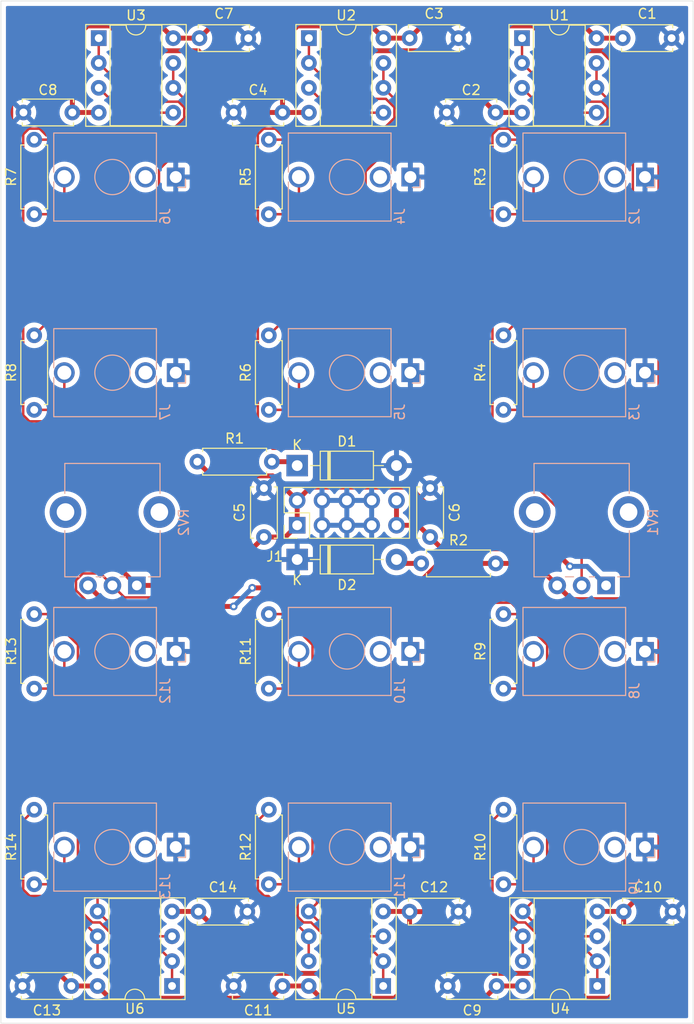
<source format=kicad_pcb>
(kicad_pcb (version 20211014) (generator pcbnew)
  (layers (0 "F.Cu" signal) (31 "B.Cu" signal) (34 "B.Paste" user) (35 "F.Paste" user) (36 "B.SilkS" user "B.Silkscreen") (37 "F.SilkS" user "F.Silkscreen") (38 "B.Mask" user) (39 "F.Mask" user) (44 "Edge.Cuts" user))
  (net 0 "")
  (net 1 "GND")
  (net 2 "+12V")
  (net 3 "-12V")
  (net 4 "Net-(D1-Pad1)")
  (net 5 "Net-(D2-Pad2)")
  (net 6 "Net-(J2-PadT)")
  (net 8 "Net-(J3-PadT)")
  (net 11 "Net-(J4-PadT)")
  (net 12 "Net-(J5-PadT)")
  (net 15 "Net-(J6-PadT)")
  (net 16 "Net-(J7-PadT)")
  (net 19 "Net-(J8-PadT)")
  (net 21 "Net-(J9-PadT)")
  (net 23 "Net-(J10-PadT)")
  (net 25 "Net-(J11-PadT)")
  (net 26 "Net-(J12-PadT)")
  (net 28 "Net-(J13-PadT)")
  (net 30 "Net-(R3-Pad2)")
  (net 31 "Net-(R4-Pad2)")
  (net 32 "Net-(R5-Pad2)")
  (net 33 "Net-(R6-Pad2)")
  (net 34 "Net-(R7-Pad2)")
  (net 35 "Net-(R8-Pad2)")
  (net 36 "Net-(R9-Pad2)")
  (net 37 "Net-(R10-Pad2)")
  (net 38 "Net-(R11-Pad2)")
  (net 39 "Net-(R12-Pad2)")
  (net 40 "Net-(R13-Pad2)")
  (net 41 "Net-(R14-Pad2)")
  (net 42 "Net-(RV1-Pad2)")
  (net 43 "Net-(RV2-Pad2)")
  (footprint "Resistor_THT:R_Axial_DIN0207_L6.3mm_D2.5mm_P7.62mm_Horizontal" (layer "F.Cu") (at 154.49 105.1)
    (fp_text reference "R2")
    (fp_text value "10")
  )
  (footprint "Capacitor_THT:C_Disc_D5.0mm_W2.5mm_P5.00mm" (layer "F.Cu") (at 138.4 102.4 90)
    (fp_text reference "C5")
    (fp_text value "0.1u")
  )
  (footprint "Package_DIP:DIP-8_W7.62mm_Socket" (layer "F.Cu") (at 129 148.3 180)
    (fp_text reference "U6")
    (fp_text value "TL072")
  )
  (footprint "Resistor_THT:R_Axial_DIN0207_L6.3mm_D2.5mm_P7.62mm_Horizontal" (layer "F.Cu") (at 138.9 69.4 90)
    (fp_text reference "R5")
    (fp_text value "1k")
  )
  (footprint "Resistor_THT:R_Axial_DIN0207_L6.3mm_D2.5mm_P7.62mm_Horizontal" (layer "F.Cu") (at 162.9 137.9 90)
    (fp_text reference "R10")
    (fp_text value "1k")
  )
  (footprint "Package_DIP:DIP-8_W7.62mm_Socket" (layer "F.Cu") (at 164.8 51.4)
    (fp_text reference "U1")
    (fp_text value "TL072")
  )
  (footprint "Capacitor_THT:C_Disc_D5.0mm_W2.5mm_P5.00mm" (layer "F.Cu") (at 162.2 148.3 180)
    (fp_text reference "C9")
    (fp_text value "10n")
  )
  (footprint "Capacitor_THT:C_Disc_D5.0mm_W2.5mm_P5.00mm" (layer "F.Cu") (at 140.3 59 180)
    (fp_text reference "C4")
    (fp_text value "10n")
  )
  (footprint "Resistor_THT:R_Axial_DIN0207_L6.3mm_D2.5mm_P7.62mm_Horizontal" (layer "F.Cu") (at 162.9 117.9 90)
    (fp_text reference "R9")
    (fp_text value "1k")
  )
  (footprint "Resistor_THT:R_Axial_DIN0207_L6.3mm_D2.5mm_P7.62mm_Horizontal" (layer "F.Cu") (at 114.9 137.9 90)
    (fp_text reference "R14")
    (fp_text value "1k")
  )
  (footprint "Resistor_THT:R_Axial_DIN0207_L6.3mm_D2.5mm_P7.62mm_Horizontal" (layer "F.Cu") (at 138.9 89.4 90)
    (fp_text reference "R6")
    (fp_text value "1k")
  )
  (footprint "Capacitor_THT:C_Disc_D5.0mm_W2.5mm_P5.00mm" (layer "F.Cu") (at 118.8 59 180)
    (fp_text reference "C8")
    (fp_text value "10n")
  )
  (footprint "Capacitor_THT:C_Disc_D5.0mm_W2.5mm_P5.00mm" (layer "F.Cu") (at 153.3 51.4)
    (fp_text reference "C3")
    (fp_text value "10n")
  )
  (footprint "Diode_THT:D_DO-41_SOD81_P10.16mm_Horizontal" (layer "F.Cu") (at 141.8 104.7)
    (fp_text reference "D2")
    (fp_text value "1N5819")
  )
  (footprint "Package_DIP:DIP-8_W7.62mm_Socket" (layer "F.Cu") (at 172.5 148.3 180)
    (fp_text reference "U4")
    (fp_text value "TL072")
  )
  (footprint "Package_DIP:DIP-8_W7.62mm_Socket" (layer "F.Cu") (at 150.6 148.3 180)
    (fp_text reference "U5")
    (fp_text value "TL072")
  )
  (footprint "Capacitor_THT:C_Disc_D5.0mm_W2.5mm_P5.00mm" (layer "F.Cu") (at 140.3 148.3 180)
    (fp_text reference "C11")
    (fp_text value "10n")
  )
  (footprint "Resistor_THT:R_Axial_DIN0207_L6.3mm_D2.5mm_P7.62mm_Horizontal" (layer "F.Cu") (at 114.9 89.4 90)
    (fp_text reference "R8")
    (fp_text value "1k")
  )
  (footprint "Capacitor_THT:C_Disc_D5.0mm_W2.5mm_P5.00mm" (layer "F.Cu") (at 175.1 51.4)
    (fp_text reference "C1")
    (fp_text value "10n")
  )
  (footprint "Diode_THT:D_DO-41_SOD81_P10.16mm_Horizontal" (layer "F.Cu") (at 141.8 95.1)
    (fp_text reference "D1")
    (fp_text value "1N5819")
  )
  (footprint "Resistor_THT:R_Axial_DIN0207_L6.3mm_D2.5mm_P7.62mm_Horizontal" (layer "F.Cu") (at 114.9 117.9 90)
    (fp_text reference "R13")
    (fp_text value "1k")
  )
  (footprint "Package_DIP:DIP-8_W7.62mm_Socket" (layer "F.Cu") (at 143 51.4)
    (fp_text reference "U2")
    (fp_text value "TL072")
  )
  (footprint "Resistor_THT:R_Axial_DIN0207_L6.3mm_D2.5mm_P7.62mm_Horizontal" (layer "F.Cu") (at 138.9 137.9 90)
    (fp_text reference "R12")
    (fp_text value "1k")
  )
  (footprint "Resistor_THT:R_Axial_DIN0207_L6.3mm_D2.5mm_P7.62mm_Horizontal" (layer "F.Cu") (at 114.9 69.4 90)
    (fp_text reference "R7")
    (fp_text value "1k")
  )
  (footprint "Package_DIP:DIP-8_W7.62mm_Socket" (layer "F.Cu") (at 121.5 51.4)
    (fp_text reference "U3")
    (fp_text value "TL072")
  )
  (footprint "Capacitor_THT:C_Disc_D5.0mm_W2.5mm_P5.00mm" (layer "F.Cu") (at 131.7 140.7)
    (fp_text reference "C14")
    (fp_text value "10n")
  )
  (footprint "Capacitor_THT:C_Disc_D5.0mm_W2.5mm_P5.00mm" (layer "F.Cu") (at 162.1 59 180)
    (fp_text reference "C2")
    (fp_text value "10n")
  )
  (footprint "Resistor_THT:R_Axial_DIN0207_L6.3mm_D2.5mm_P7.62mm_Horizontal" (layer "F.Cu") (at 131.59 94.7)
    (fp_text reference "R1")
    (fp_text value "10")
  )
  (footprint "Connector_PinHeader_2.54mm:PinHeader_2x05_P2.54mm_Vertical" (layer "F.Cu") (at 141.8 101.2 90)
    (fp_text reference "J1")
    (fp_text value "Conn_02x05_Odd_Even")
  )
  (footprint "Resistor_THT:R_Axial_DIN0207_L6.3mm_D2.5mm_P7.62mm_Horizontal" (layer "F.Cu") (at 162.9 69.4 90)
    (fp_text reference "R3")
    (fp_text value "1k")
  )
  (footprint "Resistor_THT:R_Axial_DIN0207_L6.3mm_D2.5mm_P7.62mm_Horizontal" (layer "F.Cu") (at 138.9 117.9 90)
    (fp_text reference "R11")
    (fp_text value "1k")
  )
  (footprint "Capacitor_THT:C_Disc_D5.0mm_W2.5mm_P5.00mm" (layer "F.Cu") (at 118.7 148.3 180)
    (fp_text reference "C13")
    (fp_text value "10n")
  )
  (footprint "Capacitor_THT:C_Disc_D5.0mm_W2.5mm_P5.00mm" (layer "F.Cu") (at 153.3 140.7)
    (fp_text reference "C12")
    (fp_text value "10n")
  )
  (footprint "Capacitor_THT:C_Disc_D5.0mm_W2.5mm_P5.00mm" (layer "F.Cu") (at 131.8 51.4)
    (fp_text reference "C7")
    (fp_text value "10n")
  )
  (footprint "Capacitor_THT:C_Disc_D5.0mm_W2.5mm_P5.00mm" (layer "F.Cu") (at 175.2 140.7)
    (fp_text reference "C10")
    (fp_text value "10n")
  )
  (footprint "Capacitor_THT:C_Disc_D5.0mm_W2.5mm_P5.00mm" (layer "F.Cu") (at 155.4 97.4 -90)
    (fp_text reference "C6")
    (fp_text value "0.1u")
  )
  (footprint "Resistor_THT:R_Axial_DIN0207_L6.3mm_D2.5mm_P7.62mm_Horizontal" (layer "F.Cu") (at 162.9 89.4 90)
    (fp_text reference "R4")
    (fp_text value "1k")
  )
  (footprint "Potentiometer_THT:Potentiometer_Alpha_RD901F-40-00D_Single_Vertical_CircularHoles" (layer "B.Cu") (at 173.4 107.35 90)
    (fp_text reference "RV1")
    (fp_text value "50k")
  )
  (footprint "Potentiometer_THT:Potentiometer_Alpha_RD901F-40-00D_Single_Vertical_CircularHoles" (layer "B.Cu") (at 125.4 107.35 90)
    (fp_text reference "RV2")
    (fp_text value "50k")
  )
  (footprint "Connector_Audio:Jack_3.5mm_QingPu_WQP-PJ398SM_Vertical_CircularHoles" (layer "B.Cu") (at 129.38 134.1 90)
    (fp_text reference "J13")
    (fp_text value "AudioJack2_SwitchT")
  )
  (footprint "Connector_Audio:Jack_3.5mm_QingPu_WQP-PJ398SM_Vertical_CircularHoles" (layer "B.Cu") (at 153.38 134.1 90)
    (fp_text reference "J11")
    (fp_text value "AudioJack2_SwitchT")
  )
  (footprint "Connector_Audio:Jack_3.5mm_QingPu_WQP-PJ398SM_Vertical_CircularHoles" (layer "B.Cu") (at 177.38 85.6 90)
    (fp_text reference "J3")
    (fp_text value "AudioJack2_SwitchT")
  )
  (footprint "Connector_Audio:Jack_3.5mm_QingPu_WQP-PJ398SM_Vertical_CircularHoles" (layer "B.Cu") (at 177.38 65.6 90)
    (fp_text reference "J2")
    (fp_text value "AudioJack2_SwitchT")
  )
  (footprint "Connector_Audio:Jack_3.5mm_QingPu_WQP-PJ398SM_Vertical_CircularHoles" (layer "B.Cu") (at 153.38 85.6 90)
    (fp_text reference "J5")
    (fp_text value "AudioJack2_SwitchT")
  )
  (footprint "Connector_Audio:Jack_3.5mm_QingPu_WQP-PJ398SM_Vertical_CircularHoles" (layer "B.Cu") (at 153.38 65.6 90)
    (fp_text reference "J4")
    (fp_text value "AudioJack2_SwitchT")
  )
  (footprint "Connector_Audio:Jack_3.5mm_QingPu_WQP-PJ398SM_Vertical_CircularHoles" (layer "B.Cu") (at 153.38 114.1 90)
    (fp_text reference "J10")
    (fp_text value "AudioJack2_SwitchT")
  )
  (footprint "Connector_Audio:Jack_3.5mm_QingPu_WQP-PJ398SM_Vertical_CircularHoles" (layer "B.Cu") (at 129.38 114.1 90)
    (fp_text reference "J12")
    (fp_text value "AudioJack2_SwitchT")
  )
  (footprint "Connector_Audio:Jack_3.5mm_QingPu_WQP-PJ398SM_Vertical_CircularHoles" (layer "B.Cu") (at 177.38 114.1 90)
    (fp_text reference "J8")
    (fp_text value "AudioJack2_SwitchT")
  )
  (footprint "Connector_Audio:Jack_3.5mm_QingPu_WQP-PJ398SM_Vertical_CircularHoles" (layer "B.Cu") (at 129.38 65.6 90)
    (fp_text reference "J6")
    (fp_text value "AudioJack2_SwitchT")
  )
  (footprint "Connector_Audio:Jack_3.5mm_QingPu_WQP-PJ398SM_Vertical_CircularHoles" (layer "B.Cu") (at 129.38 85.6 90)
    (fp_text reference "J7")
    (fp_text value "AudioJack2_SwitchT")
  )
  (footprint "Connector_Audio:Jack_3.5mm_QingPu_WQP-PJ398SM_Vertical_CircularHoles" (layer "B.Cu") (at 177.38 134.1 90)
    (fp_text reference "J9")
    (fp_text value "AudioJack2_SwitchT")
  )
  (gr_line (start 182.3 47.6) (end 182.3 152.1) (layer "Edge.Cuts") (width 0.05))
  (gr_line (start 111.5 47.6) (end 111.5 152.1) (layer "Edge.Cuts") (width 0.05))
  (gr_line (start 111.5 47.6) (end 182.3 47.6) (layer "Edge.Cuts") (width 0.05))
  (gr_line (start 182.3 152.1) (end 111.5 152.1) (layer "Edge.Cuts") (width 0.05))
  (segment (start 143.16 97.3) (end 149.4 97.3) (width 0.5) (layer "F.Cu") (net 2))
  (segment (start 139.049999 149.550001) (end 140.3 148.3) (width 0.5) (layer "F.Cu") (net 2))
  (segment (start 138.4 102.4) (end 140.6 102.4) (width 0.5) (layer "F.Cu") (net 2))
  (segment (start 141.8 98.66) (end 141.8 101.2) (width 0.5) (layer "F.Cu") (net 2))
  (segment (start 141.8 98.66) (end 143.16 97.3) (width 0.5) (layer "F.Cu") (net 2))
  (segment (start 112.5 142.1) (end 118.7 148.3) (width 0.5) (layer "F.Cu") (net 2))
  (segment (start 112.5 105.9) (end 112.5 142.1) (width 0.5) (layer "F.Cu") (net 2))
  (segment (start 172.42 51.4) (end 170.469989 49.449989) (width 0.5) (layer "F.Cu") (net 2))
  (segment (start 159.6 103.6) (end 165.9 103.6) (width 0.5) (layer "F.Cu") (net 2))
  (segment (start 160.249989 150.250011) (end 144.930011 150.250011) (width 0.5) (layer "F.Cu") (net 2))
  (segment (start 162.2 148.3) (end 160.249989 150.250011) (width 0.5) (layer "F.Cu") (net 2))
  (segment (start 118.7 148.3) (end 121.38 148.3) (width 0.5) (layer "F.Cu") (net 2))
  (segment (start 125.4 107.35) (end 133.45 107.35) (width 0.5) (layer "F.Cu") (net 2))
  (segment (start 112.6 105.1) (end 112.5 105) (width 0.5) (layer "F.Cu") (net 2))
  (segment (start 140.3 148.3) (end 142.98 148.3) (width 0.5) (layer "F.Cu") (net 2))
  (segment (start 120.050046 49.449989) (end 112.5 57.000035) (width 0.5) (layer "F.Cu") (net 2))
  (segment (start 159.2 103.2) (end 159.6 103.6) (width 0.5) (layer "F.Cu") (net 2))
  (segment (start 153.3 97.3) (end 159.2 103.2) (width 0.5) (layer "F.Cu") (net 2))
  (segment (start 150.62 51.4) (end 153.3 51.4) (width 0.5) (layer "F.Cu") (net 2))
  (segment (start 170.469989 49.449989) (end 155.250011 49.449989) (width 0.5) (layer "F.Cu") (net 2))
  (segment (start 167.9 103.6) (end 169.7 105.4) (width 0.5) (layer "F.Cu") (net 2))
  (segment (start 123.15 105.1) (end 113.2 105.1) (width 0.5) (layer "F.Cu") (net 2))
  (segment (start 131.59 94.7) (end 133.040489 96.150489) (width 0.5) (layer "F.Cu") (net 2))
  (segment (start 113.2 105.1) (end 112.6 105.1) (width 0.5) (layer "F.Cu") (net 2))
  (segment (start 121.38 148.3) (end 122.630001 149.550001) (width 0.5) (layer "F.Cu") (net 2))
  (segment (start 148.669989 49.449989) (end 133.750011 49.449989) (width 0.5) (layer "F.Cu") (net 2))
  (segment (start 133.45 107.35) (end 138.4 102.4) (width 0.5) (layer "F.Cu") (net 2))
  (segment (start 112.5 105) (end 112.5 105.9) (width 0.5) (layer "F.Cu") (net 2))
  (segment (start 112.5 104.4) (end 112.5 104.3) (width 0.5) (layer "F.Cu") (net 2))
  (segment (start 155.250011 49.449989) (end 153.3 51.4) (width 0.5) (layer "F.Cu") (net 2))
  (segment (start 172.42 51.4) (end 175.1 51.4) (width 0.5) (layer "F.Cu") (net 2))
  (segment (start 112.5 105.8) (end 112.5 105.9) (width 0.5) (layer "F.Cu") (net 2))
  (segment (start 127.169989 49.449989) (end 120.050046 49.449989) (width 0.5) (layer "F.Cu") (net 2))
  (segment (start 129.12 51.4) (end 131.8 51.4) (width 0.5) (layer "F.Cu") (net 2))
  (segment (start 113.2 105.1) (end 112.5 105.8) (width 0.5) (layer "F.Cu") (net 2))
  (segment (start 112.5 57.000035) (end 112.5 104.3) (width 0.5) (layer "F.Cu") (net 2))
  (segment (start 122.630001 149.550001) (end 139.049999 149.550001) (width 0.5) (layer "F.Cu") (net 2))
  (segment (start 133.040489 96.150489) (end 139.290489 96.150489) (width 0.5) (layer "F.Cu") (net 2))
  (segment (start 149.4 97.3) (end 153.3 97.3) (width 0.5) (layer "F.Cu") (net 2))
  (segment (start 165.9 103.6) (end 167.9 103.6) (width 0.5) (layer "F.Cu") (net 2))
  (segment (start 125.4 107.35) (end 123.15 105.1) (width 0.5) (layer "F.Cu") (net 2))
  (segment (start 139.290489 96.150489) (end 141.8 98.66) (width 0.5) (layer "F.Cu") (net 2))
  (segment (start 162.2 148.3) (end 164.88 148.3) (width 0.5) (layer "F.Cu") (net 2))
  (segment (start 150.62 51.4) (end 148.669989 49.449989) (width 0.5) (layer "F.Cu") (net 2))
  (segment (start 144.930011 150.250011) (end 142.98 148.3) (width 0.5) (layer "F.Cu") (net 2))
  (segment (start 129.12 51.4) (end 127.169989 49.449989) (width 0.5) (layer "F.Cu") (net 2))
  (segment (start 113.2 105.1) (end 112.5 104.4) (width 0.5) (layer "F.Cu") (net 2))
  (segment (start 112.5 104.3) (end 112.5 105) (width 0.5) (layer "F.Cu") (net 2))
  (segment (start 140.6 102.4) (end 141.8 101.2) (width 0.5) (layer "F.Cu") (net 2))
  (segment (start 133.750011 49.449989) (end 131.8 51.4) (width 0.5) (layer "F.Cu") (net 2))
  (via (at 169.7 105.4) (size 0.8) (drill 0.4) (layers "F.Cu" "B.Cu") (net 2))
  (segment (start 169.7 105.4) (end 171.45 105.4) (width 0.5) (layer "B.Cu") (net 2))
  (segment (start 171.45 105.4) (end 173.4 107.35) (width 0.5) (layer "B.Cu") (net 2))
  (segment (start 144.160001 50.149999) (end 141.839999 50.149999) (width 0.5) (layer "F.Cu") (net 3))
  (segment (start 157.7 54.6) (end 155.789999 52.689999) (width 0.5) (layer "F.Cu") (net 3))
  (segment (start 158.7 54.6) (end 158.2 55.1) (width 0.5) (layer "F.Cu") (net 3))
  (segment (start 178.2 108.8) (end 178.9 109.5) (width 0.5) (layer "F.Cu") (net 3))
  (segment (start 150.6 140.68) (end 153.28 140.68) (width 0.5) (layer "F.Cu") (net 3))
  (segment (start 157.6 104.6) (end 157.2 104.2) (width 0.5) (layer "F.Cu") (net 3))
  (segment (start 168.4 107.35) (end 169.85 108.8) (width 0.5) (layer "F.Cu") (net 3))
  (segment (start 171.339999 149.550001) (end 173.660001 149.550001) (width 0.5) (layer "F.Cu") (net 3))
  (segment (start 175.2 140.7) (end 178.9 137) (width 0.5) (layer "F.Cu") (net 3))
  (segment (start 158.7 55.6) (end 158.95 55.85) (width 0.5) (layer "F.Cu") (net 3))
  (segment (start 173.660001 149.550001) (end 175.2 148.010002) (width 0.5) (layer "F.Cu") (net 3))
  (segment (start 142.98 59) (end 143 59.02) (width 0.5) (layer "F.Cu") (net 3))
  (segment (start 151.96 101.2) (end 154.2 101.2) (width 0.5) (layer "F.Cu") (net 3))
  (segment (start 118.8 51.689998) (end 118.8 59) (width 0.5) (layer "F.Cu") (net 3))
  (segment (start 158.2 55.1) (end 157.7 54.6) (width 0.5) (layer "F.Cu") (net 3))
  (segment (start 138.010001 147.010001) (end 146.899999 147.010001) (width 0.5) (layer "F.Cu") (net 3))
  (segment (start 140.3 59) (end 142.98 59) (width 0.5) (layer "F.Cu") (net 3))
  (segment (start 161.910001 147.010001) (end 168.799999 147.010001) (width 0.5) (layer "F.Cu") (net 3))
  (segment (start 146.700001 52.689999) (end 144.160001 50.149999) (width 0.5) (layer "F.Cu") (net 3))
  (segment (start 155.6 140.7) (end 161.910001 147.010001) (width 0.5) (layer "F.Cu") (net 3))
  (segment (start 125.200001 52.689999) (end 122.660001 50.149999) (width 0.5) (layer "F.Cu") (net 3))
  (segment (start 138 59) (end 131.689999 52.689999) (width 0.5) (layer "F.Cu") (net 3))
  (segment (start 178.2 108.8) (end 178.9 108.1) (width 0.5) (layer "F.Cu") (net 3))
  (segment (start 129 140.68) (end 131.68 140.68) (width 0.5) (layer "F.Cu") (net 3))
  (segment (start 178.9 137) (end 178.9 109.7) (width 0.5) (layer "F.Cu") (net 3))
  (segment (start 163.150001 50.149999) (end 158.7 54.6) (width 0.5) (layer "F.Cu") (net 3))
  (segment (start 153.3 140.7) (end 155.6 140.7) (width 0.5) (layer "F.Cu") (net 3))
  (segment (start 157.528538 104.528538) (end 157.6 104.6) (width 0.5) (layer "F.Cu") (net 3))
  (segment (start 156.828538 104.528538) (end 157.528538 104.528538) (width 0.5) (layer "F.Cu") (net 3))
  (segment (start 178.9 58.569998) (end 173.020001 52.689999) (width 0.5) (layer "F.Cu") (net 3))
  (segment (start 120.339999 50.149999) (end 118.8 51.689998) (width 0.5) (layer "F.Cu") (net 3))
  (segment (start 162.1 59) (end 164.78 59) (width 0.5) (layer "F.Cu") (net 3))
  (segment (start 151.760001 149.550001) (end 153.3 148.010002) (width 0.5) (layer "F.Cu") (net 3))
  (segment (start 158.7 54.6) (end 158.7 55.6) (width 0.5) (layer "F.Cu") (net 3))
  (segment (start 172.5 140.68) (end 175.18 140.68) (width 0.5) (layer "F.Cu") (net 3))
  (segment (start 131.689999 52.689999) (end 125.200001 52.689999) (width 0.5) (layer "F.Cu") (net 3))
  (segment (start 178.9 109.7) (end 178.9 108.8) (width 0.5) (layer "F.Cu") (net 3))
  (segment (start 137.2 107.6) (end 153.757076 107.6) (width 0.5) (layer "F.Cu") (net 3))
  (segment (start 162.1 59) (end 158.95 55.85) (width 0.5) (layer "F.Cu") (net 3))
  (segment (start 175.18 140.68) (end 175.2 140.7) (width 0.5) (layer "F.Cu") (net 3))
  (segment (start 120.4 107.35) (end 122.55 109.5) (width 0.5) (layer "F.Cu") (net 3))
  (segment (start 156.828538 104.528538) (end 156.8 104.5) (width 0.5) (layer "F.Cu") (net 3))
  (segment (start 157.157076 104.2) (end 157.2 104.2) (width 0.5) (layer "F.Cu") (net 3))
  (segment (start 140.3 59) (end 138 59) (width 0.5) (layer "F.Cu") (net 3))
  (segment (start 166.15 105.1) (end 168.4 107.35) (width 0.5) (layer "F.Cu") (net 3))
  (segment (start 178.2 108.8) (end 178.9 108.8) (width 0.5) (layer "F.Cu") (net 3))
  (segment (start 149.439999 149.550001) (end 151.760001 149.550001) (width 0.5) (layer "F.Cu") (net 3))
  (segment (start 122.660001 50.149999) (end 120.339999 50.149999) (width 0.5) (layer "F.Cu") (net 3))
  (segment (start 155.789999 52.689999) (end 146.700001 52.689999) (width 0.5) (layer "F.Cu") (net 3))
  (segment (start 178.9 108.1) (end 178.9 107.9) (width 0.5) (layer "F.Cu") (net 3))
  (segment (start 173.020001 52.689999) (end 168.500001 52.689999) (width 0.5) (layer "F.Cu") (net 3))
  (segment (start 168.799999 147.010001) (end 171.339999 149.550001) (width 0.5) (layer "F.Cu") (net 3))
  (segment (start 146.899999 147.010001) (end 149.439999 149.550001) (width 0.5) (layer "F.Cu") (net 3))
  (segment (start 153.757076 107.6) (end 156.828538 104.528538) (width 0.5) (layer "F.Cu") (net 3))
  (segment (start 178.9 107.9) (end 178.9 58.569998) (width 0.5) (layer "F.Cu") (net 3))
  (segment (start 158.95 55.85) (end 158.2 55.1) (width 0.5) (layer "F.Cu") (net 3))
  (segment (start 140.3 51.689998) (end 140.3 59) (width 0.5) (layer "F.Cu") (net 3))
  (segment (start 162.11 105.1) (end 158.1 105.1) (width 0.5) (layer "F.Cu") (net 3))
  (segment (start 162.11 105.1) (end 166.15 105.1) (width 0.5) (layer "F.Cu") (net 3))
  (segment (start 169.85 108.8) (end 178.2 108.8) (width 0.5) (layer "F.Cu") (net 3))
  (segment (start 165.960001 50.149999) (end 163.150001 50.149999) (width 0.5) (layer "F.Cu") (net 3))
  (segment (start 156.8 103.8) (end 155.4 102.4) (width 0.5) (layer "F.Cu") (net 3))
  (segment (start 141.839999 50.149999) (end 140.3 51.689998) (width 0.5) (layer "F.Cu") (net 3))
  (segment (start 151.96 101.2) (end 151.96 98.66) (width 0.5) (layer "F.Cu") (net 3))
  (segment (start 121.48 59) (end 121.5 59.02) (width 0.5) (layer "F.Cu") (net 3))
  (segment (start 131.68 140.68) (end 131.7 140.7) (width 0.5) (layer "F.Cu") (net 3))
  (segment (start 158.7 54.6) (end 157.7 54.6) (width 0.5) (layer "F.Cu") (net 3))
  (segment (start 156.8 104.5) (end 156.8 103.8) (width 0.5) (layer "F.Cu") (net 3))
  (segment (start 122.55 109.5) (end 135.3 109.5) (width 0.5) (layer "F.Cu") (net 3))
  (segment (start 118.8 59) (end 121.48 59) (width 0.5) (layer "F.Cu") (net 3))
  (segment (start 158.1 105.1) (end 157.6 104.6) (width 0.5) (layer "F.Cu") (net 3))
  (segment (start 131.7 140.7) (end 138.010001 147.010001) (width 0.5) (layer "F.Cu") (net 3))
  (segment (start 178.9 109.5) (end 178.9 109.7) (width 0.5) (layer "F.Cu") (net 3))
  (segment (start 153.28 140.68) (end 153.3 140.7) (width 0.5) (layer "F.Cu") (net 3))
  (segment (start 154.2 101.2) (end 155.4 102.4) (width 0.5) (layer "F.Cu") (net 3))
  (segment (start 164.78 59) (end 164.8 59.02) (width 0.5) (layer "F.Cu") (net 3))
  (segment (start 175.2 148.010002) (end 175.2 140.7) (width 0.5) (layer "F.Cu") (net 3))
  (segment (start 178.9 108.8) (end 178.9 107.9) (width 0.5) (layer "F.Cu") (net 3))
  (segment (start 156.828538 104.528538) (end 157.157076 104.2) (width 0.5) (layer "F.Cu") (net 3))
  (segment (start 153.3 148.010002) (end 153.3 140.7) (width 0.5) (layer "F.Cu") (net 3))
  (segment (start 168.500001 52.689999) (end 165.960001 50.149999) (width 0.5) (layer "F.Cu") (net 3))
  (segment (start 157.2 104.2) (end 156.8 103.8) (width 0.5) (layer "F.Cu") (net 3))
  (via (at 135.3 109.5) (size 0.8) (drill 0.4) (layers "F.Cu" "B.Cu") (net 3))
  (via (at 137.2 107.6) (size 0.8) (drill 0.4) (layers "F.Cu" "B.Cu") (net 3))
  (segment (start 135.3 109.5) (end 137.2 107.6) (width 0.5) (layer "B.Cu") (net 3))
  (segment (start 139.21 94.7) (end 141.4 94.7) (width 0.5) (layer "F.Cu") (net 4))
  (segment (start 141.4 94.7) (end 141.8 95.1) (width 0.5) (layer "F.Cu") (net 4))
  (segment (start 152.36 105.1) (end 151.96 104.7) (width 0.5) (layer "F.Cu") (net 5))
  (segment (start 154.49 105.1) (end 152.36 105.1) (width 0.5) (layer "F.Cu") (net 5))
  (segment (start 164.9 69.4) (end 162.9 69.4) (width 0.25) (layer "F.Cu") (net 6))
  (segment (start 165.98 68.32) (end 164.9 69.4) (width 0.25) (layer "F.Cu") (net 6))
  (segment (start 165.98 65.6) (end 165.98 68.32) (width 0.25) (layer "F.Cu") (net 6))
  (segment (start 164.9 89.4) (end 162.9 89.4) (width 0.25) (layer "F.Cu") (net 8))
  (segment (start 165.98 85.6) (end 165.98 88.32) (width 0.25) (layer "F.Cu") (net 8))
  (segment (start 165.98 88.32) (end 164.9 89.4) (width 0.25) (layer "F.Cu") (net 8))
  (segment (start 140.9 69.4) (end 138.9 69.4) (width 0.25) (layer "F.Cu") (net 11))
  (segment (start 141.98 65.6) (end 141.98 68.32) (width 0.25) (layer "F.Cu") (net 11))
  (segment (start 141.98 68.32) (end 140.9 69.4) (width 0.25) (layer "F.Cu") (net 11))
  (segment (start 141.98 85.6) (end 141.98 88.32) (width 0.25) (layer "F.Cu") (net 12))
  (segment (start 141.98 88.32) (end 140.9 89.4) (width 0.25) (layer "F.Cu") (net 12))
  (segment (start 140.9 89.4) (end 138.9 89.4) (width 0.25) (layer "F.Cu") (net 12))
  (segment (start 117.98 65.6) (end 117.98 68.32) (width 0.25) (layer "F.Cu") (net 15))
  (segment (start 117.98 68.32) (end 116.9 69.4) (width 0.25) (layer "F.Cu") (net 15))
  (segment (start 116.9 69.4) (end 114.9 69.4) (width 0.25) (layer "F.Cu") (net 15))
  (segment (start 117.98 85.6) (end 117.98 88.22) (width 0.25) (layer "F.Cu") (net 16))
  (segment (start 117.98 88.22) (end 116.8 89.4) (width 0.25) (layer "F.Cu") (net 16))
  (segment (start 116.8 89.4) (end 114.9 89.4) (width 0.25) (layer "F.Cu") (net 16))
  (segment (start 164.9 117.9) (end 162.9 117.9) (width 0.25) (layer "F.Cu") (net 19))
  (segment (start 165.98 116.82) (end 164.9 117.9) (width 0.25) (layer "F.Cu") (net 19))
  (segment (start 165.98 114.1) (end 165.98 116.82) (width 0.25) (layer "F.Cu") (net 19))
  (segment (start 165.98 136.92) (end 165.98 134.1) (width 0.25) (layer "F.Cu") (net 21))
  (segment (start 165 137.9) (end 165.98 136.92) (width 0.25) (layer "F.Cu") (net 21))
  (segment (start 162.9 137.9) (end 165 137.9) (width 0.25) (layer "F.Cu") (net 21))
  (segment (start 141.98 114.1) (end 141.98 116.82) (width 0.25) (layer "F.Cu") (net 23))
  (segment (start 140.9 117.9) (end 138.9 117.9) (width 0.25) (layer "F.Cu") (net 23))
  (segment (start 141.98 116.82) (end 140.9 117.9) (width 0.25) (layer "F.Cu") (net 23))
  (segment (start 141.98 136.92) (end 141.98 134.1) (width 0.25) (layer "F.Cu") (net 25))
  (segment (start 141 137.9) (end 141.98 136.92) (width 0.25) (layer "F.Cu") (net 25))
  (segment (start 138.9 137.9) (end 141 137.9) (width 0.25) (layer "F.Cu") (net 25))
  (segment (start 117.98 116.82) (end 116.9 117.9) (width 0.25) (layer "F.Cu") (net 26))
  (segment (start 117.98 114.1) (end 117.98 116.82) (width 0.25) (layer "F.Cu") (net 26))
  (segment (start 114.9 117.9) (end 116.9 117.9) (width 0.25) (layer "F.Cu") (net 26))
  (segment (start 117.98 136.82) (end 117.98 134.1) (width 0.25) (layer "F.Cu") (net 28))
  (segment (start 114.9 137.9) (end 116.9 137.9) (width 0.25) (layer "F.Cu") (net 28))
  (segment (start 116.9 137.9) (end 117.98 136.82) (width 0.25) (layer "F.Cu") (net 28))
  (segment (start 168.754999 57.894999) (end 172.960001 57.894999) (width 0.25) (layer "F.Cu") (net 30))
  (segment (start 172.960001 57.894999) (end 173.545001 58.479999) (width 0.25) (layer "F.Cu") (net 30))
  (segment (start 173.545001 58.479999) (end 173.545001 59.560001) (width 0.25) (layer "F.Cu") (net 30))
  (segment (start 164.8 53.94) (end 168.754999 57.894999) (width 0.25) (layer "F.Cu") (net 30))
  (segment (start 173.545001 59.560001) (end 171.325002 61.78) (width 0.25) (layer "F.Cu") (net 30))
  (segment (start 171.325002 61.78) (end 162.9 61.78) (width 0.25) (layer "F.Cu") (net 30))
  (segment (start 164.8 51.4) (end 164.8 53.94) (width 0.25) (layer "F.Cu") (net 30))
  (segment (start 176.139999 68.540001) (end 162.9 81.78) (width 0.25) (layer "F.Cu") (net 31))
  (segment (start 172.42 56.48) (end 176.139999 60.199999) (width 0.25) (layer "F.Cu") (net 31))
  (segment (start 176.139999 60.199999) (end 176.139999 68.540001) (width 0.25) (layer "F.Cu") (net 31))
  (segment (start 172.42 53.94) (end 172.42 56.48) (width 0.25) (layer "F.Cu") (net 31))
  (segment (start 146.665001 57.605001) (end 150.870003 57.605001) (width 0.25) (layer "F.Cu") (net 32))
  (segment (start 143 53.94) (end 146.665001 57.605001) (width 0.25) (layer "F.Cu") (net 32))
  (segment (start 143 51.4) (end 143 53.94) (width 0.25) (layer "F.Cu") (net 32))
  (segment (start 149.525002 61.78) (end 138.9 61.78) (width 0.25) (layer "F.Cu") (net 32))
  (segment (start 150.870003 57.605001) (end 151.745001 58.479999) (width 0.25) (layer "F.Cu") (net 32))
  (segment (start 151.745001 58.479999) (end 151.745001 59.560001) (width 0.25) (layer "F.Cu") (net 32))
  (segment (start 151.745001 59.560001) (end 149.525002 61.78) (width 0.25) (layer "F.Cu") (net 32))
  (segment (start 150.62 53.94) (end 150.62 56.48) (width 0.25) (layer "F.Cu") (net 33))
  (segment (start 152.195011 58.055011) (end 152.195011 61.627787) (width 0.25) (layer "F.Cu") (net 33))
  (segment (start 148.8 65.022798) (end 148.8 71.88) (width 0.25) (layer "F.Cu") (net 33))
  (segment (start 152.195011 61.627787) (end 148.8 65.022798) (width 0.25) (layer "F.Cu") (net 33))
  (segment (start 150.62 56.48) (end 152.195011 58.055011) (width 0.25) (layer "F.Cu") (net 33))
  (segment (start 148.8 71.88) (end 138.9 81.78) (width 0.25) (layer "F.Cu") (net 33))
  (segment (start 125.454999 57.894999) (end 129.660001 57.894999) (width 0.25) (layer "F.Cu") (net 34))
  (segment (start 130.245001 59.560001) (end 128.025002 61.78) (width 0.25) (layer "F.Cu") (net 34))
  (segment (start 121.5 51.4) (end 121.5 53.94) (width 0.25) (layer "F.Cu") (net 34))
  (segment (start 121.5 53.94) (end 125.454999 57.894999) (width 0.25) (layer "F.Cu") (net 34))
  (segment (start 128.025002 61.78) (end 114.9 61.78) (width 0.25) (layer "F.Cu") (net 34))
  (segment (start 130.245001 58.479999) (end 130.245001 59.560001) (width 0.25) (layer "F.Cu") (net 34))
  (segment (start 129.660001 57.894999) (end 130.245001 58.479999) (width 0.25) (layer "F.Cu") (net 34))
  (segment (start 130.69501 58.05501) (end 130.69501 61.819988) (width 0.25) (layer "F.Cu") (net 35))
  (segment (start 127.670001 69.009999) (end 114.9 81.78) (width 0.25) (layer "F.Cu") (net 35))
  (segment (start 129.12 56.48) (end 130.69501 58.05501) (width 0.25) (layer "F.Cu") (net 35))
  (segment (start 129.12 53.94) (end 129.12 56.48) (width 0.25) (layer "F.Cu") (net 35))
  (segment (start 127.670001 64.844997) (end 127.670001 69.009999) (width 0.25) (layer "F.Cu") (net 35))
  (segment (start 130.69501 61.819988) (end 127.670001 64.844997) (width 0.25) (layer "F.Cu") (net 35))
  (segment (start 172.5 145.76) (end 172.5 148.3) (width 0.25) (layer "F.Cu") (net 36))
  (segment (start 165.130003 141.805001) (end 164.339999 141.805001) (width 0.25) (layer "F.Cu") (net 36))
  (segment (start 167.370001 113.432799) (end 164.217202 110.28) (width 0.25) (layer "F.Cu") (net 36))
  (segment (start 172.5 145.76) (end 170.41001 143.67001) (width 0.25) (layer "F.Cu") (net 36))
  (segment (start 163.440001 140.096409) (end 167.370001 136.166409) (width 0.25) (layer "F.Cu") (net 36))
  (segment (start 164.339999 141.805001) (end 163.440001 140.905003) (width 0.25) (layer "F.Cu") (net 36))
  (segment (start 164.217202 110.28) (end 162.9 110.28) (width 0.25) (layer "F.Cu") (net 36))
  (segment (start 170.41001 143.67001) (end 166.995012 143.67001) (width 0.25) (layer "F.Cu") (net 36))
  (segment (start 167.370001 136.166409) (end 167.370001 113.432799) (width 0.25) (layer "F.Cu") (net 36))
  (segment (start 163.440001 140.905003) (end 163.440001 140.096409) (width 0.25) (layer "F.Cu") (net 36))
  (segment (start 166.995012 143.67001) (end 165.130003 141.805001) (width 0.25) (layer "F.Cu") (net 36))
  (segment (start 162.9 130.28) (end 161.774999 131.405001) (width 0.25) (layer "F.Cu") (net 37))
  (segment (start 164.88 143.22) (end 164.88 145.76) (width 0.25) (layer "F.Cu") (net 37))
  (segment (start 161.774999 140.114999) (end 164.88 143.22) (width 0.25) (layer "F.Cu") (net 37))
  (segment (start 161.774999 131.405001) (end 161.774999 140.114999) (width 0.25) (layer "F.Cu") (net 37))
  (segment (start 143.370001 136.166409) (end 143.370001 113.432799) (width 0.25) (layer "F.Cu") (net 38))
  (segment (start 148.51001 143.67001) (end 145.095012 143.67001) (width 0.25) (layer "F.Cu") (net 38))
  (segment (start 141.854999 137.681411) (end 143.370001 136.166409) (width 0.25) (layer "F.Cu") (net 38))
  (segment (start 143.230003 141.805001) (end 142.439999 141.805001) (width 0.25) (layer "F.Cu") (net 38))
  (segment (start 143.370001 113.432799) (end 140.217202 110.28) (width 0.25) (layer "F.Cu") (net 38))
  (segment (start 140.217202 110.28) (end 138.9 110.28) (width 0.25) (layer "F.Cu") (net 38))
  (segment (start 145.095012 143.67001) (end 143.230003 141.805001) (width 0.25) (layer "F.Cu") (net 38))
  (segment (start 141.854999 141.220001) (end 141.854999 137.681411) (width 0.25) (layer "F.Cu") (net 38))
  (segment (start 150.6 145.76) (end 148.51001 143.67001) (width 0.25) (layer "F.Cu") (net 38))
  (segment (start 150.6 145.76) (end 150.6 148.3) (width 0.25) (layer "F.Cu") (net 38))
  (segment (start 142.439999 141.805001) (end 141.854999 141.220001) (width 0.25) (layer "F.Cu") (net 38))
  (segment (start 138.9 130.28) (end 137.774999 131.405001) (width 0.25) (layer "F.Cu") (net 39))
  (segment (start 137.774999 131.405001) (end 137.774999 138.440001) (width 0.25) (layer "F.Cu") (net 39))
  (segment (start 138.434998 139.1) (end 138.86 139.1) (width 0.25) (layer "F.Cu") (net 39))
  (segment (start 137.774999 138.440001) (end 138.434998 139.1) (width 0.25) (layer "F.Cu") (net 39))
  (segment (start 138.86 139.1) (end 142.98 143.22) (width 0.25) (layer "F.Cu") (net 39))
  (segment (start 142.98 143.22) (end 142.98 145.76) (width 0.25) (layer "F.Cu") (net 39))
  (segment (start 119.370001 113.432799) (end 116.217202 110.28) (width 0.25) (layer "F.Cu") (net 40))
  (segment (start 129 145.76) (end 129 148.3) (width 0.25) (layer "F.Cu") (net 40))
  (segment (start 129 145.76) (end 126.91001 143.67001) (width 0.25) (layer "F.Cu") (net 40))
  (segment (start 119.370001 140.335003) (end 119.370001 113.432799) (width 0.25) (layer "F.Cu") (net 40))
  (segment (start 121.630003 141.805001) (end 120.839999 141.805001) (width 0.25) (layer "F.Cu") (net 40))
  (segment (start 116.217202 110.28) (end 114.9 110.28) (width 0.25) (layer "F.Cu") (net 40))
  (segment (start 123.495012 143.67001) (end 121.630003 141.805001) (width 0.25) (layer "F.Cu") (net 40))
  (segment (start 120.839999 141.805001) (end 119.370001 140.335003) (width 0.25) (layer "F.Cu") (net 40))
  (segment (start 126.91001 143.67001) (end 123.495012 143.67001) (width 0.25) (layer "F.Cu") (net 40))
  (segment (start 117.26 139.1) (end 121.38 143.22) (width 0.25) (layer "F.Cu") (net 41))
  (segment (start 121.38 143.22) (end 121.38 145.76) (width 0.25) (layer "F.Cu") (net 41))
  (segment (start 113.774999 138.440001) (end 114.434998 139.1) (width 0.25) (layer "F.Cu") (net 41))
  (segment (start 114.9 130.28) (end 113.774999 131.405001) (width 0.25) (layer "F.Cu") (net 41))
  (segment (start 113.774999 131.405001) (end 113.774999 138.440001) (width 0.25) (layer "F.Cu") (net 41))
  (segment (start 114.434998 139.1) (end 117.26 139.1) (width 0.25) (layer "F.Cu") (net 41))
  (segment (start 147.76 59.38) (end 148.12 59.02) (width 0.25) (layer "F.Cu") (net 42))
  (segment (start 162.374954 93.374999) (end 162.125001 93.374999) (width 0.25) (layer "F.Cu") (net 42))
  (segment (start 148.12 59.02) (end 147.72 59.02) (width 0.25) (layer "F.Cu") (net 42))
  (segment (start 114.409997 90.574999) (end 137.374999 90.574999) (width 0.25) (layer "F.Cu") (net 42))
  (segment (start 162.359999 60.654999) (end 161.774999 61.239999) (width 0.25) (layer "F.Cu") (net 42))
  (segment (start 145.54 59.02) (end 143 56.48) (width 0.25) (layer "F.Cu") (net 42))
  (segment (start 169.98 59.02) (end 169.62 59.02) (width 0.25) (layer "F.Cu") (net 42))
  (segment (start 147.72 59.02) (end 147.32 59.02) (width 0.25) (layer "F.Cu") (net 42))
  (segment (start 126.48 59.32) (end 126.18 59.02) (width 0.25) (layer "F.Cu") (net 42))
  (segment (start 161.774999 92.974999) (end 161.774999 93.025001) (width 0.25) (layer "F.Cu") (net 42))
  (segment (start 137.374999 90.574999) (end 137.774999 90.174999) (width 0.25) (layer "F.Cu") (net 42))
  (segment (start 147.72 59.38) (end 147.72 60.68) (width 0.25) (layer "F.Cu") (net 42))
  (segment (start 169.62 59.32) (end 169.68 59.32) (width 0.25) (layer "F.Cu") (net 42))
  (segment (start 126.18 59.02) (end 124.04 59.02) (width 0.25) (layer "F.Cu") (net 42))
  (segment (start 126.48 60.72) (end 125.87001 61.32999) (width 0.25) (layer "F.Cu") (net 42))
  (segment (start 169.62 59.32) (end 169.62 60.88) (width 0.25) (layer "F.Cu") (net 42))
  (segment (start 129.12 59.02) (end 126.78 59.02) (width 0.25) (layer "F.Cu") (net 42))
  (segment (start 167.34 59.02) (end 164.8 56.48) (width 0.25) (layer "F.Cu") (net 42))
  (segment (start 161.775003 93.025001) (end 162.125001 93.374999) (width 0.25) (layer "F.Cu") (net 42))
  (segment (start 169.58 59.32) (end 169.28 59.02) (width 0.25) (layer "F.Cu") (net 42))
  (segment (start 161.425001 93.374999) (end 139.274999 93.374999) (width 0.25) (layer "F.Cu") (net 42))
  (segment (start 169.62 60.88) (end 169.17001 61.32999) (width 0.25) (layer "F.Cu") (net 42))
  (segment (start 137.374999 90.574999) (end 137.774999 90.974999) (width 0.25) (layer "F.Cu") (net 42))
  (segment (start 137.774999 61.239999) (end 137.774999 90.174999) (width 0.25) (layer "F.Cu") (net 42))
  (segment (start 139.274999 93.374999) (end 137.774999 91.874999) (width 0.25) (layer "F.Cu") (net 42))
  (segment (start 147.07001 61.32999) (end 140.22999 61.32999) (width 0.25) (layer "F.Cu") (net 42))
  (segment (start 139.554999 60.654999) (end 138.359999 60.654999) (width 0.25) (layer "F.Cu") (net 42))
  (segment (start 124.04 59.02) (end 121.5 56.48) (width 0.25) (layer "F.Cu") (net 42))
  (segment (start 147.72 59.38) (end 147.68 59.38) (width 0.25) (layer "F.Cu") (net 42))
  (segment (start 170.9 107.35) (end 170.9 101.900045) (width 0.25) (layer "F.Cu") (net 42))
  (segment (start 161.774999 93.025001) (end 161.425001 93.374999) (width 0.25) (layer "F.Cu") (net 42))
  (segment (start 113.774999 89.940001) (end 114.409997 90.574999) (width 0.25) (layer "F.Cu") (net 42))
  (segment (start 116.12999 61.32999) (end 115.454999 60.654999) (width 0.25) (layer "F.Cu") (net 42))
  (segment (start 126.48 59.32) (end 126.48 60.72) (width 0.25) (layer "F.Cu") (net 42))
  (segment (start 169.62 59.02) (end 169.62 59.32) (width 0.25) (layer "F.Cu") (net 42))
  (segment (start 126.48 59.02) (end 126.48 59.32) (width 0.25) (layer "F.Cu") (net 42))
  (segment (start 147.72 60.68) (end 147.07001 61.32999) (width 0.25) (layer "F.Cu") (net 42))
  (segment (start 161.725001 93.374999) (end 161.425001 93.374999) (width 0.25) (layer "F.Cu") (net 42))
  (segment (start 137.774999 90.174999) (end 137.774999 90.574999) (width 0.25) (layer "F.Cu") (net 42))
  (segment (start 138.359999 60.654999) (end 137.774999 61.239999) (width 0.25) (layer "F.Cu") (net 42))
  (segment (start 161.774999 93.025001) (end 161.775003 93.025001) (width 0.25) (layer "F.Cu") (net 42))
  (segment (start 161.774999 93.325001) (end 161.725001 93.374999) (width 0.25) (layer "F.Cu") (net 42))
  (segment (start 164.12999 61.32999) (end 163.454999 60.654999) (width 0.25) (layer "F.Cu") (net 42))
  (segment (start 114.359999 60.654999) (end 113.774999 61.239999) (width 0.25) (layer "F.Cu") (net 42))
  (segment (start 115.454999 60.654999) (end 114.359999 60.654999) (width 0.25) (layer "F.Cu") (net 42))
  (segment (start 126.48 59.32) (end 126.78 59.02) (width 0.25) (layer "F.Cu") (net 42))
  (segment (start 147.72 59.38) (end 147.76 59.38) (width 0.25) (layer "F.Cu") (net 42))
  (segment (start 126.78 59.02) (end 126.48 59.02) (width 0.25) (layer "F.Cu") (net 42))
  (segment (start 161.774999 61.239999) (end 161.774999 92.974999) (width 0.25) (layer "F.Cu") (net 42))
  (segment (start 137.774999 91.874999) (end 137.774999 90.974999) (width 0.25) (layer "F.Cu") (net 42))
  (segment (start 169.62 59.02) (end 169.28 59.02) (width 0.25) (layer "F.Cu") (net 42))
  (segment (start 140.22999 61.32999) (end 139.554999 60.654999) (width 0.25) (layer "F.Cu") (net 42))
  (segment (start 172.42 59.02) (end 169.98 59.02) (width 0.25) (layer "F.Cu") (net 42))
  (segment (start 147.32 59.02) (end 145.54 59.02) (width 0.25) (layer "F.Cu") (net 42))
  (segment (start 137.774999 90.574999) (end 137.774999 90.974999) (width 0.25) (layer "F.Cu") (net 42))
  (segment (start 150.62 59.02) (end 148.12 59.02) (width 0.25) (layer "F.Cu") (net 42))
  (segment (start 169.62 59.32) (end 169.58 59.32) (width 0.25) (layer "F.Cu") (net 42))
  (segment (start 161.774999 92.974999) (end 161.774999 93.325001) (width 0.25) (layer "F.Cu") (net 42))
  (segment (start 137.374999 90.574999) (end 137.774999 90.574999) (width 0.25) (layer "F.Cu") (net 42))
  (segment (start 147.68 59.38) (end 147.32 59.02) (width 0.25) (layer "F.Cu") (net 42))
  (segment (start 169.68 59.32) (end 169.98 59.02) (width 0.25) (layer "F.Cu") (net 42))
  (segment (start 162.125001 93.374999) (end 161.725001 93.374999) (width 0.25) (layer "F.Cu") (net 42))
  (segment (start 126.48 59.02) (end 126.18 59.02) (width 0.25) (layer "F.Cu") (net 42))
  (segment (start 125.87001 61.32999) (end 116.12999 61.32999) (width 0.25) (layer "F.Cu") (net 42))
  (segment (start 170.9 101.900045) (end 162.374954 93.374999) (width 0.25) (layer "F.Cu") (net 42))
  (segment (start 147.72 59.02) (end 147.72 59.38) (width 0.25) (layer "F.Cu") (net 42))
  (segment (start 113.774999 61.239999) (end 113.774999 89.940001) (width 0.25) (layer "F.Cu") (net 42))
  (segment (start 169.28 59.02) (end 167.34 59.02) (width 0.25) (layer "F.Cu") (net 42))
  (segment (start 163.454999 60.654999) (end 162.359999 60.654999) (width 0.25) (layer "F.Cu") (net 42))
  (segment (start 169.17001 61.32999) (end 164.12999 61.32999) (width 0.25) (layer "F.Cu") (net 42))
  (segment (start 164.88 140.68) (end 167.82001 137.73999) (width 0.25) (layer "F.Cu") (net 43))
  (segment (start 142.98 140.68) (end 143.82001 139.83999) (width 0.25) (layer "F.Cu") (net 43))
  (segment (start 121.38 110.061721) (end 119.175489 107.85721) (width 0.25) (layer "F.Cu") (net 43))
  (segment (start 145.52 143.22) (end 142.98 140.68) (width 0.25) (layer "F.Cu") (net 43))
  (segment (start 143.59002 109.25) (end 144.05 109.25) (width 0.25) (layer "F.Cu") (net 43))
  (segment (start 122.9 107.35) (end 124.124511 108.574511) (width 0.25) (layer "F.Cu") (net 43))
  (segment (start 119.175489 107.85721) (end 119.175489 106.824511) (width 0.25) (layer "F.Cu") (net 43))
  (segment (start 143.82001 139.83999) (end 143.82001 109.47999) (width 0.25) (layer "F.Cu") (net 43))
  (segment (start 121.675489 106.125489) (end 122.9 107.35) (width 0.25) (layer "F.Cu") (net 43))
  (segment (start 121.38 140.68) (end 121.38 110.061721) (width 0.25) (layer "F.Cu") (net 43))
  (segment (start 143.57001 109.22999) (end 143.59002 109.25) (width 0.25) (layer "F.Cu") (net 43))
  (segment (start 123.92 143.22) (end 121.38 140.68) (width 0.25) (layer "F.Cu") (net 43))
  (segment (start 167.42 143.22) (end 164.88 140.68) (width 0.25) (layer "F.Cu") (net 43))
  (segment (start 143.57001 109.22999) (end 143.82001 109.47999) (width 0.25) (layer "F.Cu") (net 43))
  (segment (start 163.693622 109.12001) (end 144.17999 109.12001) (width 0.25) (layer "F.Cu") (net 43))
  (segment (start 119.874511 106.125489) (end 121.675489 106.125489) (width 0.25) (layer "F.Cu") (net 43))
  (segment (start 167.82001 137.73999) (end 167.82001 113.246398) (width 0.25) (layer "F.Cu") (net 43))
  (segment (start 150.6 143.22) (end 145.52 143.22) (width 0.25) (layer "F.Cu") (net 43))
  (segment (start 167.82001 113.246398) (end 163.693622 109.12001) (width 0.25) (layer "F.Cu") (net 43))
  (segment (start 119.175489 106.824511) (end 119.874511 106.125489) (width 0.25) (layer "F.Cu") (net 43))
  (segment (start 144.05 109.25) (end 143.82001 109.47999) (width 0.25) (layer "F.Cu") (net 43))
  (segment (start 172.5 143.22) (end 167.42 143.22) (width 0.25) (layer "F.Cu") (net 43))
  (segment (start 142.914531 108.574511) (end 143.57001 109.22999) (width 0.25) (layer "F.Cu") (net 43))
  (segment (start 129 143.22) (end 123.92 143.22) (width 0.25) (layer "F.Cu") (net 43))
  (segment (start 124.124511 108.574511) (end 142.914531 108.574511) (width 0.25) (layer "F.Cu") (net 43))
  (segment (start 144.17999 109.12001) (end 144.05 109.25) (width 0.25) (layer "F.Cu") (net 43))
  (zone (net 1) (net_name "GND") (layer "B.Cu") (connect_pads (clearance 0.508)) (min_thickness 0.254) (fill yes (thermal_gap 0.508) (thermal_bridge_width 0.508))
    (polygon (pts (xy 182.4 152.2) (xy 111.4 152.2) (xy 111.4 47.5) (xy 182.4 47.5)))
  )
)
</source>
